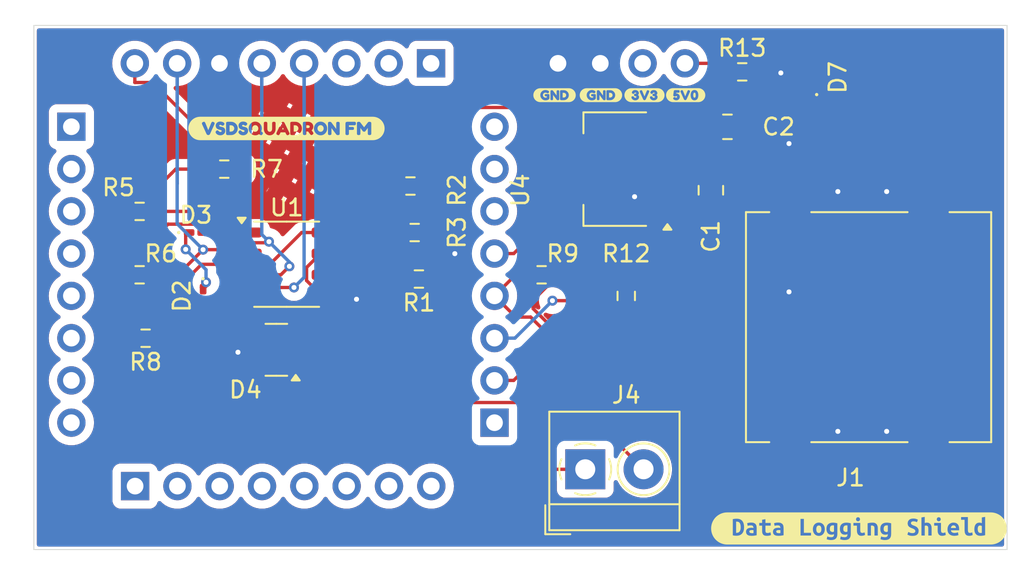
<source format=kicad_pcb>
(kicad_pcb (version 20240108) (generator "pcbnew") (generator_version "8.0")
  (layers (0 "F.Cu" signal) (31 "B.Cu" signal) (34 "B.Paste" user) (35 "F.Paste" user) (36 "B.SilkS" user "B.Silkscreen") (37 "F.SilkS" user "F.Silkscreen") (38 "B.Mask" user) (39 "F.Mask" user) (44 "Edge.Cuts" user))
  (net 0 "")
  (net 1 "GND")
  (net 2 "+3.3V")
  (net 3 "+5V")
  (net 4 "Net-(D2-A)")
  (net 5 "Net-(D2-K)")
  (net 6 "Net-(D3-A)")
  (net 7 "/B")
  (net 8 "/A")
  (net 10 "/CMD_MOSI")
  (net 12 "/CLK_SD")
  (net 13 "/DAT_MISO")
  (net 14 "/CD_SD")
  (net 15 "/RE_485")
  (net 16 "/DE_485")
  (net 17 "/RO_485")
  (net 18 "/DI_485")
  (net 39 "Net-(D7-A)")
  (footprint "Package_SO:SOIC-8_3.9x4.9mm_P1.27mm" (layer "F.Cu") (at 116.775 42.545)
    (property "Reference" "U1" (at 0 -3.4 0) (layer "F.SilkS"))
    (property "Value" "MAX485CSA")
    (pad "1" smd roundrect (at -2.475 -1.905) (size 1.95 0.6) (layers "F.Cu" "F.Paste" "F.Mask") (net 17 "/RO_485"))
    (pad "2" smd roundrect (at -2.475 -0.635) (size 1.95 0.6) (layers "F.Cu" "F.Paste" "F.Mask") (net 15 "/RE_485"))
    (pad "3" smd roundrect (at -2.475 0.635) (size 1.95 0.6) (layers "F.Cu" "F.Paste" "F.Mask") (net 16 "/DE_485"))
    (pad "4" smd roundrect (at -2.475 1.905) (size 1.95 0.6) (layers "F.Cu" "F.Paste" "F.Mask") (net 18 "/DI_485"))
    (pad "5" smd roundrect (at 2.475 1.905) (size 1.95 0.6) (layers "F.Cu" "F.Paste" "F.Mask") (net 1 "GND"))
    (pad "6" smd roundrect (at 2.475 0.635) (size 1.95 0.6) (layers "F.Cu" "F.Paste" "F.Mask") (net 8 "/A"))
    (pad "7" smd roundrect (at 2.475 -0.635) (size 1.95 0.6) (layers "F.Cu" "F.Paste" "F.Mask") (net 7 "/B"))
    (pad "8" smd roundrect (at 2.475 -1.905) (size 1.95 0.6) (layers "F.Cu" "F.Paste" "F.Mask") (net 3 "+5V"))
  )
  (footprint "Diode_SMD:D_0201_0603Metric_Pad0.64x0.40mm_HandSolder" (layer "F.Cu") (at 111.76 44.45 -90)
    (property "Reference" "D2" (at 0 1.27 -90) (layer "F.SilkS"))
    (property "Value" "TX_IND")
    (pad "1" smd roundrect (at -0.4075 0 270) (size 0.635 0.4) (layers "F.Cu" "F.Mask") (net 5 "Net-(D2-K)"))
    (pad "2" smd roundrect (at 0.4075 0 270) (size 0.635 0.4) (layers "F.Cu" "F.Mask") (net 4 "Net-(D2-A)"))
  )
  (footprint "Resistor_SMD:R_0603_1608Metric_Pad0.98x0.95mm_HandSolder" (layer "F.Cu") (at 124.714 43.434 180)
    (property "Reference" "R1" (at 0 -1.43 0) (layer "F.SilkS"))
    (property "Value" "120")
    (pad "1" smd roundrect (at -0.9125 0 180) (size 0.975 0.95) (layers "F.Cu" "F.Paste" "F.Mask") (net 8 "/A"))
    (pad "2" smd roundrect (at 0.9125 0 180) (size 0.975 0.95) (layers "F.Cu" "F.Paste" "F.Mask") (net 7 "/B"))
  )
  (footprint "Diode_SMD:D_0201_0603Metric_Pad0.64x0.40mm_HandSolder" (layer "F.Cu") (at 148.59 31.3175 90)
    (property "Reference" "D7" (at 0 1.27 90) (layer "F.SilkS"))
    (property "Value" "PWR_IND")
    (pad "1" smd roundrect (at -0.4075 0 90) (size 0.635 0.4) (layers "F.Cu" "F.Mask") (net 1 "GND"))
    (pad "2" smd roundrect (at 0.4075 0 90) (size 0.635 0.4) (layers "F.Cu" "F.Mask") (net 39 "Net-(D7-A)"))
  )
  (footprint "Resistor_SMD:R_0603_1608Metric_Pad0.98x0.95mm_HandSolder" (layer "F.Cu") (at 124.46 40.64)
    (property "Reference" "R3" (at 2.54 0 90) (layer "F.SilkS"))
    (property "Value" "20K")
    (pad "1" smd roundrect (at -0.9125 0) (size 0.975 0.95) (layers "F.Cu" "F.Paste" "F.Mask") (net 7 "/B"))
    (pad "2" smd roundrect (at 0.9125 0) (size 0.975 0.95) (layers "F.Cu" "F.Paste" "F.Mask") (net 1 "GND"))
  )
  (footprint "Package_TO_SOT_SMD:SOT-223-3_TabPin2" (layer "F.Cu") (at 136.5 36.83 180)
    (property "Reference" "U4" (at 5.69 -1.27 90) (layer "F.SilkS"))
    (property "Value" "AMS1117-3.3")
    (pad "1" smd roundrect (at -3.15 -2.3 180) (size 2 1.5) (layers "F.Cu" "F.Paste" "F.Mask") (net 1 "GND"))
    (pad "2" smd roundrect (at -3.15 0 180) (size 2 1.5) (layers "F.Cu" "F.Paste" "F.Mask") (net 2 "+3.3V"))
    (pad "2" smd roundrect (at 3.15 0 180) (size 2 3.8) (layers "F.Cu" "F.Paste" "F.Mask") (net 2 "+3.3V"))
    (pad "3" smd roundrect (at -3.15 2.3 180) (size 2 1.5) (layers "F.Cu" "F.Paste" "F.Mask") (net 3 "+5V"))
  )
  (footprint "Connector_Card:microSD_HC_Molex_47219-2001" (layer "F.Cu") (at 151.706 46.325 90)
    (property "Reference" "J1" (at -9.047 -1.084 0) (layer "F.SilkS"))
    (property "Value" "Micro_SD_Card")
    (pad "1" smd rect (at -3.205 -2.1 90) (size 0.8 1.5) (layers "F.Cu" "F.Paste" "F.Mask"))
    (pad "2" smd rect (at -2.105 -2.1 90) (size 0.8 1.5) (layers "F.Cu" "F.Paste" "F.Mask") (net 14 "/CD_SD"))
    (pad "3" smd rect (at -1.005 -2.1 90) (size 0.8 1.5) (layers "F.Cu" "F.Paste" "F.Mask") (net 10 "/CMD_MOSI"))
    (pad "4" smd rect (at 0.095 -2.1 90) (size 0.8 1.5) (layers "F.Cu" "F.Paste" "F.Mask") (net 2 "+3.3V"))
    (pad "5" smd rect (at 1.195 -2.1 90) (size 0.8 1.5) (layers "F.Cu" "F.Paste" "F.Mask") (net 12 "/CLK_SD"))
    (pad "6" smd rect (at 2.295 -2.1 90) (size 0.8 1.5) (layers "F.Cu" "F.Paste" "F.Mask") (net 1 "GND"))
    (pad "7" smd rect (at 3.395 -2.1 90) (size 0.8 1.5) (layers "F.Cu" "F.Paste" "F.Mask") (net 13 "/DAT_MISO"))
    (pad "8" smd rect (at 4.495 -2.1 90) (size 0.8 1.5) (layers "F.Cu" "F.Paste" "F.Mask"))
    (pad "9" smd roundrect (at -6.875 -4.7 90) (size 1.45 2) (layers "F.Cu" "F.Paste" "F.Mask") (net 1 "GND"))
    (pad "9" smd roundrect (at -6.875 3.6 90) (size 1.45 2) (layers "F.Cu" "F.Paste" "F.Mask") (net 1 "GND"))
    (pad "9" smd roundrect (at 6.875 -4.7 90) (size 1.45 2) (layers "F.Cu" "F.Paste" "F.Mask") (net 1 "GND"))
    (pad "9" smd roundrect (at 6.875 3.6 90) (size 1.45 2) (layers "F.Cu" "F.Paste" "F.Mask") (net 1 "GND"))
  )
  (footprint "Diode_SMD:D_0201_0603Metric_Pad0.64x0.40mm_HandSolder" (layer "F.Cu") (at 111.3275 40.64)
    (property "Reference" "D3" (at 0 -1.05 0) (layer "F.SilkS"))
    (property "Value" "RX_IND")
    (pad "1" smd roundrect (at -0.4075 0) (size 0.635 0.4) (layers "F.Cu" "F.Mask") (net 5 "Net-(D2-K)"))
    (pad "2" smd roundrect (at 0.4075 0) (size 0.635 0.4) (layers "F.Cu" "F.Mask") (net 6 "Net-(D3-A)"))
  )
  (footprint "Resistor_SMD:R_0603_1608Metric_Pad0.98x0.95mm_HandSolder" (layer "F.Cu") (at 144.1215 30.988)
    (property "Reference" "R13" (at 0 -1.43 0) (layer "F.SilkS"))
    (property "Value" "470")
    (pad "1" smd roundrect (at -0.9125 0) (size 0.975 0.95) (layers "F.Cu" "F.Paste" "F.Mask") (net 3 "+5V"))
    (pad "2" smd roundrect (at 0.9125 0) (size 0.975 0.95) (layers "F.Cu" "F.Paste" "F.Mask") (net 39 "Net-(D7-A)"))
  )
  (footprint "Resistor_SMD:R_0603_1608Metric_Pad0.98x0.95mm_HandSolder" (layer "F.Cu") (at 107.95 39.37)
    (property "Reference" "R5" (at -1.27 -1.43 0) (layer "F.SilkS"))
    (property "Value" "10K")
    (pad "1" smd roundrect (at -0.9125 0) (size 0.975 0.95) (layers "F.Cu" "F.Paste" "F.Mask") (net 3 "+5V"))
    (pad "2" smd roundrect (at 0.9125 0) (size 0.975 0.95) (layers "F.Cu" "F.Paste" "F.Mask") (net 16 "/DE_485"))
  )
  (footprint "Capacitor_SMD:C_0805_2012Metric_Pad1.18x1.45mm_HandSolder" (layer "F.Cu") (at 142.24 38.1 -90)
    (property "Reference" "C1" (at 2.7725 0 90) (layer "F.SilkS"))
    (property "Value" "22uF")
    (pad "1" smd roundrect (at -1.0375 0 270) (size 1.175 1.45) (layers "F.Cu" "F.Paste" "F.Mask") (roundrect_rratio 0.212766) (net 2 "+3.3V"))
    (pad "2" smd roundrect (at 1.0375 0 270) (size 1.175 1.45) (layers "F.Cu" "F.Paste" "F.Mask") (roundrect_rratio 0.212766) (net 1 "GND"))
  )
  (footprint "Resistor_SMD:R_0603_1608Metric_Pad0.98x0.95mm_HandSolder" (layer "F.Cu") (at 124.206 37.846)
    (property "Reference" "R2" (at 2.794 0.254 90) (layer "F.SilkS"))
    (property "Value" "20K")
    (pad "1" smd roundrect (at -0.9125 0) (size 0.975 0.95) (layers "F.Cu" "F.Paste" "F.Mask") (net 3 "+5V"))
    (pad "2" smd roundrect (at 0.9125 0) (size 0.975 0.95) (layers "F.Cu" "F.Paste" "F.Mask") (net 8 "/A"))
  )
  (footprint "Capacitor_SMD:C_0805_2012Metric_Pad1.18x1.45mm_HandSolder" (layer "F.Cu") (at 143.2345 34.29)
    (property "Reference" "C2" (at 3.0695 0 0) (layer "F.SilkS"))
    (property "Value" "10uF")
    (pad "1" smd roundrect (at -1.0375 0) (size 1.175 1.45) (layers "F.Cu" "F.Paste" "F.Mask") (roundrect_rratio 0.212766) (net 3 "+5V"))
    (pad "2" smd roundrect (at 1.0375 0) (size 1.175 1.45) (layers "F.Cu" "F.Paste" "F.Mask") (roundrect_rratio 0.212766) (net 1 "GND"))
  )
  (footprint "Package_TO_SOT_SMD:SOT-23" (layer "F.Cu") (at 116.1565 47.686 180)
    (property "Reference" "D4" (at 1.8565 -2.4 0) (layer "F.SilkS"))
    (property "Value" "SM712_SOT23")
    (pad "1" smd roundrect (at -0.9375 -0.95 180) (size 1.475 0.6) (layers "F.Cu" "F.Paste" "F.Mask") (net 8 "/A"))
    (pad "2" smd roundrect (at -0.9375 0.95 180) (size 1.475 0.6) (layers "F.Cu" "F.Paste" "F.Mask") (net 7 "/B"))
    (pad "3" smd roundrect (at 0.9375 0 180) (size 1.475 0.6) (layers "F.Cu" "F.Paste" "F.Mask") (net 1 "GND"))
  )
  (footprint "kibuzzard-679640E5" (layer "F.Cu") (at 151.13 58.42)
    (property "Reference" "kibuzzard-679640E5" (hide yes))
    (property "Value" "G***" (hide yes))
  )
  (footprint "Resistor_SMD:R_0603_1608Metric_Pad0.98x0.95mm_HandSolder" (layer "F.Cu") (at 132.08 43.18 180)
    (property "Reference" "R9" (at -1.27 1.27 0) (layer "F.SilkS"))
    (property "Value" "10K")
    (pad "1" smd roundrect (at -0.9125 0 180) (size 0.975 0.95) (layers "F.Cu" "F.Paste" "F.Mask") (net 2 "+3.3V"))
    (pad "2" smd roundrect (at 0.9125 0 180) (size 0.975 0.95) (layers "F.Cu" "F.Paste" "F.Mask") (net 10 "/CMD_MOSI"))
  )
  (footprint "Resistor_SMD:R_0603_1608Metric_Pad0.98x0.95mm_HandSolder" (layer "F.Cu") (at 137.16 44.45 -90)
    (property "Reference" "R12" (at -2.54 0 0) (layer "F.SilkS"))
    (property "Value" "10K")
    (pad "1" smd roundrect (at -0.9125 0 270) (size 0.975 0.95) (layers "F.Cu" "F.Paste" "F.Mask") (net 2 "+3.3V"))
    (pad "2" smd roundrect (at 0.9125 0 270) (size 0.975 0.95) (layers "F.Cu" "F.Paste" "F.Mask") (net 13 "/DAT_MISO"))
  )
  (footprint "TerminalBlock_4Ucon:TerminalBlock_4Ucon_1x02_P3.50mm_Horizontal" (layer "F.Cu") (at 134.7 54.864)
    (property "Reference" "J4" (at 2.46 -4.46 0) (layer "F.SilkS"))
    (property "Value" "Screw_Terminal_01x02")
    (pad "1" thru_hole rect (at 0 0) (size 2.4 2.4) (drill 1.2) (layers "*.Cu" "*.Mask") (net 7 "/B"))
    (pad "2" thru_hole circle (at 3.5 0) (size 2.4 2.4) (drill 1.2) (layers "*.Cu" "*.Mask") (net 8 "/A"))
  )
  (footprint "Resistor_SMD:R_0603_1608Metric_Pad0.98x0.95mm_HandSolder" (layer "F.Cu") (at 108.3075 46.99 180)
    (property "Reference" "R8" (at 0 -1.43 0) (layer "F.SilkS"))
    (property "Value" "470")
    (pad "1" smd roundrect (at -0.9125 0 180) (size 0.975 0.95) (layers "F.Cu" "F.Paste" "F.Mask") (net 18 "/DI_485"))
    (pad "2" smd roundrect (at 0.9125 0 180) (size 0.975 0.95) (layers "F.Cu" "F.Paste" "F.Mask") (net 4 "Net-(D2-A)"))
  )
  (footprint "VSDsquadron_FM:VSDSquadron_FM" (layer "F.Cu") (at 116.6033 43.1568)
    (property "Reference" "U2" (hide yes))
    (property "Value" "VSDSquadron FM" (hide yes))
    (pad "1" thru_hole rect (at -8.925764 12.718236 90) (size 1.7 1.7) (drill 1) (layers "*.Cu" "*.Mask"))
    (pad "2" thru_hole oval (at -6.385764 12.718236 90) (size 1.7 1.7) (drill 1) (layers "*.Cu" "*.Mask"))
    (pad "3" thru_hole oval (at -3.845764 12.718236 90) (size 1.7 1.7) (drill 1) (layers "*.Cu" "*.Mask"))
    (pad "4" thru_hole oval (at -1.305764 12.718236 90) (size 1.7 1.7) (drill 1) (layers "*.Cu" "*.Mask"))
    (pad "5" thru_hole oval (at 1.234236 12.718236 90) (size 1.7 1.7) (drill 1) (layers "*.Cu" "*.Mask"))
    (pad "6" thru_hole oval (at 3.774236 12.718236 90) (size 1.7 1.7) (drill 1) (layers "*.Cu" "*.Mask"))
    (pad "7" thru_hole oval (at 6.314236 12.718236 90) (size 1.7 1.7) (drill 1) (layers "*.Cu" "*.Mask"))
    (pad "8" thru_hole oval (at 8.854236 12.718236 90) (size 1.7 1.7) (drill 1) (layers "*.Cu" "*.Mask"))
    (pad "9" thru_hole rect (at 12.649236 8.908236 180) (size 1.7 1.7) (drill 1) (layers "*.Cu" "*.Mask"))
    (pad "10" thru_hole oval (at 12.649236 6.368236 180) (size 1.7 1.7) (drill 1) (layers "*.Cu" "*.Mask") (net 14 "/CD_SD"))
    (pad "11" thru_hole oval (at 12.649236 3.828236 180) (size 1.7 1.7) (drill 1) (layers "*.Cu" "*.Mask") (net 13 "/DAT_MISO"))
    (pad "12" thru_hole oval (at 12.649236 1.288236 180) (size 1.7 1.7) (drill 1) (layers "*.Cu" "*.Mask") (net 10 "/CMD_MOSI"))
    (pad "13" thru_hole oval (at 12.649236 -1.251764 180) (size 1.7 1.7) (drill 1) (layers "*.Cu" "*.Mask") (net 12 "/CLK_SD"))
    (pad "14" thru_hole oval (at 12.649236 -3.791764 180) (size 1.7 1.7) (drill 1) (layers "*.Cu" "*.Mask"))
    (pad "15" thru_hole oval (at 12.649236 -6.331764 180) (size 1.7 1.7) (drill 1) (layers "*.Cu" "*.Mask"))
    (pad "16" thru_hole oval (at 12.649236 -8.871764 180) (size 1.7 1.7) (drill 1) (layers "*.Cu" "*.Mask"))
    (pad "17" thru_hole rect (at 8.839236 -12.681764 270) (size 1.7 1.7) (drill 1) (layers "*.Cu" "*.Mask"))
    (pad "18" thru_hole oval (at 6.299236 -12.681764 270) (size 1.7 1.7) (drill 1) (layers "*.Cu" "*.Mask"))
    (pad "19" thru_hole oval (at 3.759236 -12.681764 270) (size 1.7 1.7) (drill 1) (layers "*.Cu" "*.Mask"))
    (pad "20" thru_hole oval (at 1.219236 -12.681764 270) (size 1.7 1.7) (drill 1) (layers "*.Cu" "*.Mask") (net 18 "/DI_485"))
    (pad "21" thru_hole oval (at -1.320764 -12.681764 270) (size 1.7 1.7) (drill 1) (layers "*.Cu" "*.Mask") (net 16 "/DE_485"))
    (pad "22" thru_hole oval (at -3.860764 -12.681764 270) (size 1.7 1.7) (drill 1) (layers "*.Cu" "*.Mask") (net 1 "GND"))
    (pad "23" thru_hole oval (at -6.400764 -12.681764 270) (size 1.7 1.7) (drill 1) (layers "*.Cu" "*.Mask") (net 15 "/RE_485"))
    (pad "24" thru_hole oval (at -8.940764 -12.681764 270) (size 1.7 1.7) (drill 1) (layers "*.Cu" "*.Mask") (net 17 "/RO_485"))
    (pad "25" thru_hole rect (at -12.750764 -8.871764) (size 1.7 1.7) (drill 1) (layers "*.Cu" "*.Mask"))
    (pad "26" thru_hole oval (at -12.750764 -6.331764) (size 1.7 1.7) (drill 1) (layers "*.Cu" "*.Mask"))
    (pad "27" thru_hole oval (at -12.750764 -3.791764) (size 1.7 1.7) (drill 1) (layers "*.Cu" "*.Mask"))
    (pad "28" thru_hole oval (at -12.750764 -1.251764) (size 1.7 1.7) (drill 1) (layers "*.Cu" "*.Mask"))
    (pad "29" thru_hole oval (at -12.750764 1.288236) (size 1.7 1.7) (drill 1) (layers "*.Cu" "*.Mask"))
    (pad "30" thru_hole oval (at -12.750764 3.828236) (size 1.7 1.7) (drill 1) (layers "*.Cu" "*.Mask"))
    (pad "31" thru_hole oval (at -12.750764 6.368236) (size 1.7 1.7) (drill 1) (layers "*.Cu" "*.Mask"))
    (pad "32" thru_hole oval (at -12.750764 8.908236) (size 1.7 1.7) (drill 1) (layers "*.Cu" "*.Mask"))
    (pad "33" thru_hole rect (at 16.459236 -12.681764 90) (size 1.7 1.7) (drill 1) (layers "*.Cu" "*.Mask") (net 1 "GND"))
    (pad "34" thru_hole oval (at 18.999236 -12.681764 90) (size 1.7 1.7) (drill 1) (layers "*.Cu" "*.Mask") (net 1 "GND"))
    (pad "35" thru_hole oval (at 21.539236 -12.681764 90) (size 1.7 1.7) (drill 1) (layers "*.Cu" "*.Mask"))
    (pad "36" thru_hole oval (at 24.079236 -12.681764 90) (size 1.7 1.7) (drill 1) (layers "*.Cu" "*.Mask") (net 3 "+5V"))
  )
  (footprint "Resistor_SMD:R_0603_1608Metric_Pad0.98x0.95mm_HandSolder" (layer "F.Cu") (at 113.03 36.83 180)
    (property "Reference" "R7" (at -2.54 0 0) (layer "F.SilkS"))
    (property "Value" "470")
    (pad "1" smd roundrect (at -0.9125 0 180) (size 0.975 0.95) (layers "F.Cu" "F.Paste" "F.Mask") (net 17 "/RO_485"))
    (pad "2" smd roundrect (at 0.9125 0 180) (size 0.975 0.95) (layers "F.Cu" "F.Paste" "F.Mask") (net 6 "Net-(D3-A)"))
  )
  (footprint "Resistor_SMD:R_0603_1608Metric_Pad0.98x0.95mm_HandSolder" (layer "F.Cu") (at 107.95 43.18)
    (property "Reference" "R6" (at 1.27 -1.27 0) (layer "F.SilkS"))
    (property "Value" "10K")
    (pad "1" smd roundrect (at -0.9125 0) (size 0.975 0.95) (layers "F.Cu" "F.Paste" "F.Mask") (net 3 "+5V"))
    (pad "2" smd roundrect (at 0.9125 0) (size 0.975 0.95) (layers "F.Cu" "F.Paste" "F.Mask") (net 15 "/RE_485"))
  )
  (gr_line (start 160.02 28.194) (end 160.02 59.69) (stroke (width 0.05)) (layer "Edge.Cuts"))
  (gr_line (start 101.6 28.194) (end 101.6 59.69) (stroke (width 0.05)) (layer "Edge.Cuts"))
  (gr_line (start 101.6 59.69) (end 160.02 59.69) (stroke (width 0.05)) (layer "Edge.Cuts"))
  (gr_line (start 101.6 28.194) (end 160.02 28.194) (stroke (width 0.05)) (layer "Edge.Cuts"))
  (segment (start 149.862 38.1787) (end 148.277 38.1787) (width 0.2) (layer "F.Cu") (net 1))
  (segment (start 125.372 40.6401) (end 125.372 40.64) (width 0.2) (layer "F.Cu") (net 1))
  (segment (start 125.372 40.64) (end 125.3725 40.64) (width 0.2) (layer "F.Cu") (net 1))
  (segment (start 139.007 38.4866) (end 139.65 39.13) (width 0.2) (layer "F.Cu") (net 1))
  (segment (start 148.554 44.03) (end 148.378 44.2062) (width 0.2) (layer "F.Cu") (net 1))
  (segment (start 147.1127 31.725) (end 146.44 31.0523) (width 0.2) (layer "F.Cu") (net 1))
  (segment (start 148.378 44.2062) (end 146.93 44.2062) (width 0.2) (layer "F.Cu") (net 1))
  (segment (start 125.372 40.64) (end 125.582 40.8501) (width 0.2) (layer "F.Cu") (net 1))
  (segment (start 147.62 52.5862) (end 147.006 53.2) (width 0.2) (layer "F.Cu") (net 1))
  (segment (start 125.3725 40.64) (end 125.6 40.64) (width 0.2) (layer "F.Cu") (net 1))
  (segment (start 148.277 38.1787) (end 147.006 39.45) (width 0.2) (layer "F.Cu") (net 1))
  (segment (start 125.793 41.0602) (end 125.582 40.8501) (width 0.2) (layer "F.Cu") (net 1))
  (segment (start 149.862 52.5862) (end 147.62 52.5862) (width 0.2) (layer "F.Cu") (net 1))
  (segment (start 113.852 47.8314) (end 115.074 47.8314) (width 0.2) (layer "F.Cu") (net 1))
  (segment (start 154.035 38.1787) (end 155.306 39.45) (width 0.2) (layer "F.Cu") (net 1))
  (segment (start 142.24 39.1375) (end 139.6575 39.1375) (width 0.2) (layer "F.Cu") (net 1))
  (segment (start 154.692 52.5862) (end 155.306 53.2) (width 0.2) (layer "F.Cu") (net 1))
  (segment (start 137.66 38.4866) (end 139.007 38.4866) (width 0.2) (layer "F.Cu") (net 1))
  (segment (start 139.6575 39.1375) (end 139.65 39.13) (width 0.2) (layer "F.Cu") (net 1))
  (segment (start 125.582 40.8501) (end 125.372 40.6401) (width 0.2) (layer "F.Cu") (net 1))
  (segment (start 149.606 44.03) (end 148.554 44.03) (width 0.2) (layer "F.Cu") (net 1))
  (segment (start 152.792 52.5862) (end 154.692 52.5862) (width 0.2) (layer "F.Cu") (net 1))
  (segment (start 146.93 35.2972) (end 145.279 35.2972) (width 0.2) (layer "F.Cu") (net 1))
  (segment (start 120.969 44.6487) (end 119.449 44.6487) (width 0.2) (layer "F.Cu") (net 1))
  (segment (start 115.074 47.8314) (end 115.219 47.686) (width 0.2) (layer "F.Cu") (net 1))
  (segment (start 119.449 44.6487) (end 119.25 44.45) (width 0.2) (layer "F.Cu") (net 1))
  (segment (start 125.6 40.64) (end 126.87 41.91) (width 0.2) (layer "F.Cu") (net 1))
  (segment (start 152.792 38.1787) (end 154.035 38.1787) (width 0.2) (layer "F.Cu") (net 1))
  (segment (start 145.279 35.2972) (end 144.272 34.29) (width 0.2) (layer "F.Cu") (net 1))
  (segment (start 148.59 31.725) (end 147.1127 31.725) (width 0.2) (layer "F.Cu") (net 1))
  (via (at 113.852 47.8314) (size 0.6) (drill 0.3) (layers "F.Cu" "B.Cu") (net 1))
  (via (at 146.93 35.2972) (size 0.6) (drill 0.3) (layers "F.Cu" "B.Cu") (net 1))
  (via (at 146.44 31.0523) (size 0.6) (drill 0.3) (layers "F.Cu" "B.Cu") (net 1))
  (via (at 137.66 38.4866) (size 0.6) (drill 0.3) (layers "F.Cu" "B.Cu") (net 1))
  (via (at 149.862 38.1787) (size 0.6) (drill 0.3) (layers "F.Cu" "B.Cu") (net 1))
  (via (at 152.792 38.1787) (size 0.6) (drill 0.3) (layers "F.Cu" "B.Cu") (net 1))
  (via (at 126.87 41.91) (size 0.6) (drill 0.3) (layers "F.Cu" "B.Cu") (net 1))
  (via (at 152.792 52.5862) (size 0.6) (drill 0.3) (layers "F.Cu" "B.Cu") (net 1))
  (via (at 149.862 52.5862) (size 0.6) (drill 0.3) (layers "F.Cu" "B.Cu") (net 1))
  (via (at 146.93 44.2062) (size 0.6) (drill 0.3) (layers "F.Cu" "B.Cu") (net 1))
  (via (at 120.969 44.6487) (size 0.6) (drill 0.3) (layers "F.Cu" "B.Cu") (net 1))
  (segment (start 151.058 38.526171) (end 151.058 45.728) (width 0.2) (layer "F.Cu") (net 2))
  (segment (start 148.0885 45.3625) (end 138.985 45.3625) (width 0.2) (layer "F.Cu") (net 2))
  (segment (start 139.8825 37.0625) (end 139.65 36.83) (width 0.2) (layer "F.Cu") (net 2))
  (segment (start 137.3575 46.99) (end 133.35 46.99) (width 0.2) (layer "F.Cu") (net 2))
  (segment (start 142.24 37.0625) (end 139.8825 37.0625) (width 0.2) (layer "F.Cu") (net 2))
  (segment (start 149.594329 37.0625) (end 151.058 38.526171) (width 0.2) (layer "F.Cu") (net 2))
  (segment (start 131.572 45.212) (end 131.572 44.704) (width 0.2) (layer "F.Cu") (net 2))
  (segment (start 150.556 46.23) (end 149.606 46.23) (width 0.2) (layer "F.Cu") (net 2))
  (segment (start 148.0885 45.3625) (end 148.956 46.23) (width 0.2) (layer "F.Cu") (net 2))
  (segment (start 151.058 45.728) (end 150.556 46.23) (width 0.2) (layer "F.Cu") (net 2))
  (segment (start 132.9925 43.434) (end 132.992 43.434) (width 0.2) (layer "F.Cu") (net 2))
  (segment (start 133.35 46.99) (end 131.572 45.212) (width 0.2) (layer "F.Cu") (net 2))
  (segment (start 131.572 44.704) (end 132.9925 43.2835) (width 0.2) (layer "F.Cu") (net 2))
  (segment (start 132.9925 43.2835) (end 132.9925 43.18) (width 0.2) (layer "F.Cu") (net 2))
  (segment (start 138.985 45.3625) (end 137.3575 46.99) (width 0.2) (layer "F.Cu") (net 2))
  (segment (start 133.35 36.83) (end 139.65 36.83) (width 0.2) (layer "F.Cu") (net 2))
  (segment (start 138.985 45.3625) (end 137.16 43.5375) (width 0.2) (layer "F.Cu") (net 2))
  (segment (start 148.956 46.23) (end 149.606 46.23) (width 0.2) (layer "F.Cu") (net 2))
  (segment (start 142.24 37.0625) (end 149.594329 37.0625) (width 0.2) (layer "F.Cu") (net 2))
  (segment (start 107.84 43.9825) (end 110.237 43.9825) (width 0.2) (layer "F.Cu") (net 3))
  (segment (start 107.038 42.9805) (end 107.038 43.18) (width 0.2) (layer "F.Cu") (net 3))
  (segment (start 111.669 42.5502) (end 115.766 42.5502) (width 0.2) (layer "F.Cu") (net 3))
  (segment (start 107.038 42.9805) (end 107.038 43.18) (width 0.2) (layer "F.Cu") (net 3))
  (segment (start 142.197 34.29) (end 139.89 34.29) (width 0.2) (layer "F.Cu") (net 3))
  (segment (start 123.2935 37.846) (end 123.294 37.846) (width 0.2) (layer "F.Cu") (net 3))
  (segment (start 140.682 30.475) (end 140.6825 30.475) (width 0.2) (layer "F.Cu") (net 3))
  (segment (start 107.038 42.7806) (end 107.038 42.7811) (width 0.2) (layer "F.Cu") (net 3))
  (segment (start 139.89 34.29) (end 139.65 34.53) (width 0.2) (layer "F.Cu") (net 3))
  (segment (start 107.038 42.7811) (end 107.038 42.9805) (width 0.2) (layer "F.Cu") (net 3))
  (segment (start 107.038 42.7811) (end 107.038 42.9805) (width 0.2) (layer "F.Cu") (net 3))
  (segment (start 142.696 30.475) (end 143.209 30.988) (width 0.2) (layer "F.Cu") (net 3))
  (segment (start 107.038 43.18) (end 107.84 43.9825) (width 0.2) (layer "F.Cu") (net 3))
  (segment (start 110.237 43.9825) (end 111.669 42.5502) (width 0.2) (layer "F.Cu") (net 3))
  (segment (start 117.676 40.64) (end 119.25 40.64) (width 0.2) (layer "F.Cu") (net 3))
  (segment (start 107.0375 42.981) (end 107.0375 43.18) (width 0.2) (layer "F.Cu") (net 3))
  (segment (start 142.197 34.29) (end 142.197 32) (width 0.2) (layer "F.Cu") (net 3))
  (segment (start 122.044 37.846) (end 123.2935 37.846) (width 0.2) (layer "F.Cu") (net 3))
  (segment (start 128.013 33.1266) (end 138.247 33.1266) (width 0.2) (layer "F.Cu") (net 3))
  (segment (start 107.038 41.0753) (end 107.0375 41.0748) (width 0.2) (layer "F.Cu") (net 3))
  (segment (start 107.038 42.7806) (end 107.038 41.0753) (width 0.2) (layer "F.Cu") (net 3))
  (segment (start 107.038 42.9805) (end 107.0375 42.981) (width 0.2) (layer "F.Cu") (net 3))
  (segment (start 140.6825 30.475) (end 142.696 30.475) (width 0.2) (layer "F.Cu") (net 3))
  (segment (start 107.038 41.0753) (end 107.038 39.37) (width 0.2) (layer "F.Cu") (net 3))
  (segment (start 115.766 42.5502) (end 117.676 40.64) (width 0.2) (layer "F.Cu") (net 3))
  (segment (start 107.0375 41.0748) (end 107.0375 39.37) (width 0.2) (layer "F.Cu") (net 3))
  (segment (start 107.038 42.7806) (end 107.038 42.7811) (width 0.2) (layer "F.Cu") (net 3))
  (segment (start 119.25 40.64) (end 122.044 37.846) (width 0.2) (layer "F.Cu") (net 3))
  (segment (start 142.197 32) (end 143.209 30.988) (width 0.2) (layer "F.Cu") (net 3))
  (segment (start 138.247 33.1266) (end 139.65 34.53) (width 0.2) (layer "F.Cu") (net 3))
  (segment (start 123.294 37.846) (end 128.013 33.1266) (width 0.2) (layer "F.Cu") (net 3))
  (segment (start 111.711 44.8089) (end 111.76 44.8575) (width 0.2) (layer "F.Cu") (net 4))
  (segment (start 111.51 44.8089) (end 111.711 44.8089) (width 0.2) (layer "F.Cu") (net 4))
  (segment (start 107.395 46.99) (end 108.872 45.5135) (width 0.2) (layer "F.Cu") (net 4))
  (segment (start 110.805 45.5135) (end 111.284 45.0348) (width 0.2) (layer "F.Cu") (net 4))
  (segment (start 111.284 45.0348) (end 111.51 44.8089) (width 0.2) (layer "F.Cu") (net 4))
  (segment (start 108.872 45.5135) (end 110.805 45.5135) (width 0.2) (layer "F.Cu") (net 4))
  (segment (start 111.936 43.8665) (end 111.76 44.0425) (width 0.2) (layer "F.Cu") (net 5))
  (segment (start 111.656 43.9387) (end 111.76 44.0425) (width 0.2) (layer "F.Cu") (net 5))
  (segment (start 110.92 40.64) (end 110.714 40.8458) (width 0.2) (layer "F.Cu") (net 5))
  (segment (start 111.936 43.6274) (end 111.936 43.8665) (width 0.2) (layer "F.Cu") (net 5))
  (segment (start 110.714 40.8458) (end 110.714 41.6516) (width 0.2) (layer "F.Cu") (net 5))
  (via (at 110.714 41.6516) (size 0.6) (drill 0.3) (layers "F.Cu" "B.Cu") (net 5))
  (via (at 111.936 43.6274) (size 0.6) (drill 0.3) (layers "F.Cu" "B.Cu") (net 5))
  (segment (start 110.714 41.6516) (end 111.936 42.8734) (width 0.2) (layer "B.Cu") (net 5))
  (segment (start 111.936 42.8734) (end 111.936 43.6274) (width 0.2) (layer "B.Cu") (net 5))
  (segment (start 112.118 36.83) (end 112.1175 36.83) (width 0.2) (layer "F.Cu") (net 6))
  (segment (start 110.12 36.83) (end 109.864 37.0864) (width 0.2) (layer "F.Cu") (net 6))
  (segment (start 109.653 40.1375) (end 111.313 40.1375) (width 0.2) (layer "F.Cu") (net 6))
  (segment (start 108.019 39.7843) (end 108.462 40.2269) (width 0.2) (layer "F.Cu") (net 6))
  (segment (start 111.735 40.5599) (end 111.735 40.64) (width 0.2) (layer "F.Cu") (net 6))
  (segment (start 112.1175 36.83) (end 110.12 36.83) (width 0.2) (layer "F.Cu") (net 6))
  (segment (start 109.564 40.2269) (end 109.653 40.1375) (width 0.2) (layer "F.Cu") (net 6))
  (segment (start 108.462 40.2269) (end 109.564 40.2269) (width 0.2) (layer "F.Cu") (net 6))
  (segment (start 109.864 37.0864) (end 108.019 38.9309) (width 0.2) (layer "F.Cu") (net 6))
  (segment (start 108.019 38.9309) (end 108.019 39.7843) (width 0.2) (layer "F.Cu") (net 6))
  (segment (start 111.313 40.1375) (end 111.735 40.5599) (width 0.2) (layer "F.Cu") (net 6))
  (segment (start 123.611 43.6245) (end 123.706 43.5292) (width 0.2) (layer "F.Cu") (net 7))
  (segment (start 119.642 41.5176) (end 121.041 41.5176) (width 0.2) (layer "F.Cu") (net 7))
  (segment (start 123.706 43.5292) (end 123.802 43.4342) (width 0.2) (layer "F.Cu") (net 7))
  (segment (start 123.802 43.4341) (end 123.802 43.434) (width 0.2) (layer "F.Cu") (net 7))
  (segment (start 119.63 52.5737) (end 116.003 48.9465) (width 0.2) (layer "F.Cu") (net 7))
  (segment (start 120.5 46.736) (end 117.094 46.736) (width 0.2) (layer "F.Cu") (net 7))
  (segment (start 118.8 41.91) (end 117.971 42.7385) (width 0.2) (layer "F.Cu") (net 7))
  (segment (start 123.611 43.6245) (end 123.706 43.5292) (width 0.2) (layer "F.Cu") (net 7))
  (segment (start 119.25 41.91) (end 118.8 41.91) (width 0.2) (layer "F.Cu") (net 7))
  (segment (start 134.7 54.864) (end 128.286 54.864) (width 0.2) (layer "F.Cu") (net 7))
  (segment (start 117.971 42.7385) (end 117.971 43.5241) (width 0.2) (layer "F.Cu") (net 7))
  (segment (start 123.42 43.815) (end 123.611 43.6245) (width 0.2) (layer "F.Cu") (net 7))
  (segment (start 128.286 54.864) (end 125.996 52.5737) (width 0.2) (layer "F.Cu") (net 7))
  (segment (start 125.996 52.5737) (end 119.63 52.5737) (width 0.2) (layer "F.Cu") (net 7))
  (segment (start 123.706 43.5292) (end 123.802 43.4342) (width 0.2) (layer "F.Cu") (net 7))
  (segment (start 117.094 47.1985) (end 117.094 46.736) (width 0.2) (layer "F.Cu") (net 7))
  (segment (start 116.003 48.2893) (end 117.094 47.1985) (width 0.2) (layer "F.Cu") (net 7))
  (segment (start 118.262 43.815) (end 123.42 43.815) (width 0.2) (layer "F.Cu") (net 7))
  (segment (start 119.25 41.91) (end 119.642 41.5176) (width 0.2) (layer "F.Cu") (net 7))
  (segment (start 116.003 48.9465) (end 116.003 48.2893) (width 0.2) (layer "F.Cu") (net 7))
  (segment (start 123.802 43.434) (end 123.8015 43.434) (width 0.2) (layer "F.Cu") (net 7))
  (segment (start 121.041 41.5176) (end 122.67 41.5176) (width 0.2) (layer "F.Cu") (net 7))
  (segment (start 123.548 40.64) (end 123.5475 40.64) (width 0.2) (layer "F.Cu") (net 7))
  (segment (start 123.802 43.434) (end 120.5 46.736) (width 0.2) (layer "F.Cu") (net 7))
  (segment (start 117.971 43.5241) (end 118.262 43.815) (width 0.2) (layer "F.Cu") (net 7))
  (segment (start 123.802 43.4342) (end 123.802 43.4341) (width 0.2) (layer "F.Cu") (net 7))
  (segment (start 123.802 43.4341) (end 123.802 43.434) (width 0.2) (layer "F.Cu") (net 7))
  (segment (start 122.67 41.5176) (end 123.548 40.64) (width 0.2) (layer "F.Cu") (net 7))
  (segment (start 119.668 43.18) (end 119.25 43.18) (width 0.2) (layer "F.Cu") (net 8))
  (segment (start 125.317 43.743) (end 125.626 43.434) (width 0.2) (layer "F.Cu") (net 8))
  (segment (start 135.691 50.855) (end 135.691 52.355) (width 0.2) (layer "F.Cu") (net 8))
  (segment (start 120.424 48.636) (end 125.008 44.052) (width 0.2) (layer "F.Cu") (net 8))
  (segment (start 135.691 50.855) (end 119.313 50.855) (width 0.2) (layer "F.Cu") (net 8))
  (segment (start 124.501 42.3086) (end 124.501 38.4634) (width 0.2) (layer "F.Cu") (net 8))
  (segment (start 135.691 52.355) (end 138.2 54.864) (width 0.2) (layer "F.Cu") (net 8))
  (segment (start 125.008 44.052) (end 125.317 43.743) (width 0.2) (layer "F.Cu") (net 8))
  (segment (start 125.118 37.846) (end 124.604 38.3605) (width 0.2) (layer "F.Cu") (net 8))
  (segment (start 125.626 43.434) (end 124.501 42.3086) (width 0.2) (layer "F.Cu") (net 8))
  (segment (start 124.501 38.4634) (end 124.604 38.3605) (width 0.2) (layer "F.Cu") (net 8))
  (segment (start 125.317 43.743) (end 125.626 43.434) (width 0.2) (layer "F.Cu") (net 8))
  (segment (start 120.539 42.3086) (end 119.668 43.18) (width 0.2) (layer "F.Cu") (net 8))
  (segment (start 125.317 43.743) (end 125.318 43.743) (width 0.2) (layer "F.Cu") (net 8))
  (segment (start 124.604 38.3605) (end 124.81 38.1547) (width 0.2) (layer "F.Cu") (net 8))
  (segment (start 125.6265 43.434) (end 125.626 43.434) (width 0.2) (layer "F.Cu") (net 8))
  (segment (start 119.313 50.855) (end 117.094 48.636) (width 0.2) (layer "F.Cu") (net 8))
  (segment (start 125.008 44.052) (end 125.317 43.743) (width 0.2) (layer "F.Cu") (net 8))
  (segment (start 125.1185 37.846) (end 125.118 37.846) (width 0.2) (layer "F.Cu") (net 8))
  (segment (start 117.094 48.636) (end 120.424 48.636) (width 0.2) (layer "F.Cu") (net 8))
  (segment (start 125.318 43.743) (end 125.626 43.434) (width 0.2) (layer "F.Cu") (net 8))
  (segment (start 124.501 42.3086) (end 120.539 42.3086) (width 0.2) (layer "F.Cu") (net 8))
  (segment (start 130.517572 43.18) (end 129.252536 44.445036) (width 0.2) (layer "F.Cu") (net 10))
  (segment (start 133.246 47.5444) (end 131.422 45.72) (width 0.2) (layer "F.Cu") (net 10))
  (segment (start 129.252536 44.445036) (end 130.5275 45.72) (width 0.2) (layer "F.Cu") (net 10))
  (segment (start 129.252 44.445) (end 129.2525 44.445) (width 0.2) (layer "F.Cu") (net 10))
  (segment (start 131.1675 43.18) (end 130.517572 43.18) (width 0.2) (layer "F.Cu") (net 10))
  (segment (start 148.554 47.33) (end 148.34 47.5444) (width 0.2) (layer "F.Cu") (net 10))
  (segment (start 130.5275 45.72) (end 131.422 45.72) (width 0.2) (layer "F.Cu") (net 10))
  (segment (start 149.606 47.33) (end 148.554 47.33) (width 0.2) (layer "F.Cu") (net 10))
  (segment (start 148.34 47.5444) (end 133.246 47.5444) (width 0.2) (layer "F.Cu") (net 10))
  (segment (start 150.486 41.1283) (end 131.181 41.1283) (width 0.2) (layer "F.Cu") (net 12))
  (segment (start 129.2525 41.905) (end 129.252 41.905) (width 0.2) (layer "F.Cu") (net 12))
  (segment (start 149.606 45.13) (end 150.658 45.13) (width 0.2) (layer "F.Cu") (net 12))
  (segment (start 150.658 41.3002) (end 150.486 41.1283) (width 0.2) (layer "F.Cu") (net 12))
  (segment (start 131.181 41.1283) (end 130.404 41.905) (width 0.2) (layer "F.Cu") (net 12))
  (segment (start 150.658 45.13) (end 150.658 41.3002) (width 0.2) (layer "F.Cu") (net 12))
  (segment (start 130.404 41.905) (end 129.2525 41.905) (width 0.2) (layer "F.Cu") (net 12))
  (segment (start 134.62 44.7338) (end 132.729 44.7338) (width 0.2) (layer "F.Cu") (net 13))
  (segment (start 135.757 44.7338) (end 134.62 44.7338) (width 0.2) (layer "F.Cu") (net 13))
  (segment (start 148.656 42.93) (end 148.476 42.75) (width 0.2) (layer "F.Cu") (net 13))
  (segment (start 137.16 45.3625) (end 136.3857 45.3625) (width 0.2) (layer "F.Cu") (net 13))
  (segment (start 148.476 42.75) (end 136.32 42.75) (width 0.2) (layer "F.Cu") (net 13))
  (segment (start 136.32 42.75) (end 134.62 44.45) (width 0.2) (layer "F.Cu") (net 13))
  (segment (start 134.62 44.45) (end 134.62 44.7338) (width 0.2) (layer "F.Cu") (net 13))
  (segment (start 136.3857 45.3625) (end 135.757 44.7338) (width 0.2) (layer "F.Cu") (net 13))
  (segment (start 149.606 42.93) (end 148.656 42.93) (width 0.2) (layer "F.Cu") (net 13))
  (via (at 132.729 44.7338) (size 0.6) (drill 0.3) (layers "F.Cu" "B.Cu") (net 13))
  (segment (start 129.252 46.985) (end 129.2525 46.985) (width 0.2) (layer "B.Cu") (net 13))
  (segment (start 129.2525 46.985) (end 130.478 46.985) (width 0.2) (layer "B.Cu") (net 13))
  (segment (start 130.478 46.985) (end 132.729 44.7338) (width 0.2) (layer "B.Cu") (net 13))
  (segment (start 131.499 48.43) (end 149.606 48.43) (width 0.2) (layer "F.Cu") (net 14))
  (segment (start 130.404 49.525) (end 131.499 48.43) (width 0.2) (layer "F.Cu") (net 14))
  (segment (start 129.2525 49.525) (end 130.404 49.525) (width 0.2) (layer "F.Cu") (net 14))
  (segment (start 129.252 49.525) (end 129.2525 49.525) (width 0.2) (layer "F.Cu") (net 14))
  (segment (start 110.249 43.18) (end 111.758 41.6707) (width 0.2) (layer "F.Cu") (net 15))
  (segment (start 114.061 41.6707) (end 114.3 41.91) (width 0.2) (layer "F.Cu") (net 15))
  (segment (start 108.8625 43.18) (end 110.249 43.18) (width 0.2) (layer "F.Cu") (net 15))
  (segment (start 111.758 41.6707) (end 111.758 41.6691) (width 0.2) (layer "F.Cu") (net 15))
  (segment (start 108.862 43.18) (end 108.8625 43.18) (width 0.2) (layer "F.Cu") (net 15))
  (segment (start 111.758 41.6707) (end 114.061 41.6707) (width 0.2) (layer "F.Cu") (net 15))
  (via (at 111.758 41.6691) (size 0.6) (drill 0.3) (layers "F.Cu" "B.Cu") (net 15))
  (segment (start 110.202 37.7035) (end 110.202 35.294) (width 0.2) (layer "B.Cu") (net 15))
  (segment (start 110.202 35.294) (end 110.202 32.8845) (width 0.2) (layer "B.Cu") (net 15))
  (segment (start 110.202 32.8845) (end 110.2025 32.884) (width 0.2) (layer "B.Cu") (net 15))
  (segment (start 110.202 32.8845) (end 110.202 30.475) (width 0.2) (layer "B.Cu") (net 15))
  (segment (start 110.202 40.1131) (end 110.202 37.7035) (width 0.2) (layer "B.Cu") (net 15))
  (segment (start 111.758 41.6691) (end 110.202 40.1131) (width 0.2) (layer "B.Cu") (net 15))
  (segment (start 110.202 37.7035) (end 110.202 35.294) (width 0.2) (layer "B.Cu") (net 15))
  (segment (start 110.2025 32.884) (end 110.2025 30.475) (width 0.2) (layer "B.Cu") (net 15))
  (segment (start 113.237 41.2556) (end 111.351 39.37) (width 0.2) (layer "F.Cu") (net 16))
  (segment (start 115.715 41.1895) (end 115.649 41.2556) (width 0.2) (layer "F.Cu") (net 16))
  (segment (start 111.351 39.37) (end 108.8625 39.37) (width 0.2) (layer "F.Cu") (net 16))
  (segment (start 116.428 43.18) (end 114.3 43.18) (width 0.2) (layer "F.Cu") (net 16))
  (segment (start 116.939 42.6697) (end 116.428 43.18) (width 0.2) (layer "F.Cu") (net 16))
  (segment (start 115.649 41.2556) (end 113.237 41.2556) (width 0.2) (layer "F.Cu") (net 16))
  (segment (start 108.8625 39.37) (end 108.862 39.37) (width 0.2) (layer "F.Cu") (net 16))
  (via (at 116.939 42.6697) (size 0.6) (drill 0.3) (layers "F.Cu" "B.Cu") (net 16))
  (via (at 115.715 41.1895) (size 0.6) (drill 0.3) (layers "F.Cu" "B.Cu") (net 16))
  (segment (start 116.939 42.413) (end 116.939 42.6697) (width 0.2) (layer "B.Cu") (net 16))
  (segment (start 115.715 41.1895) (end 116.939 42.413) (width 0.2) (layer "B.Cu") (net 16))
  (segment (start 115.2825 33.0449) (end 115.2825 30.475) (width 0.2) (layer "B.Cu") (net 16))
  (segment (start 115.282 40.7567) (end 115.282 38.1862) (width 0.2) (layer "B.Cu") (net 16))
  (segment (start 115.282 33.0454) (end 115.282 30.475) (width 0.2) (layer "B.Cu") (net 16))
  (segment (start 115.282 38.1862) (end 115.282 35.6158) (width 0.2) (layer "B.Cu") (net 16))
  (segment (start 115.282 38.1862) (end 115.282 35.6158) (width 0.2) (layer "B.Cu") (net 16))
  (segment (start 115.715 41.1895) (end 115.282 40.7567) (width 0.2) (layer "B.Cu") (net 16))
  (segment (start 115.282 33.0454) (end 115.2825 33.0449) (width 0.2) (layer "B.Cu") (net 16))
  (segment (start 115.282 35.6158) (end 115.282 33.0454) (width 0.2) (layer "B.Cu") (net 16))
  (segment (start 113.942 37.6928) (end 113.942 37.6923) (width 0.2) (layer "F.Cu") (net 17))
  (segment (start 113.942 37.6928) (end 113.942 37.6923) (width 0.2) (layer "F.Cu") (net 17))
  (segment (start 108.739 31.6267) (end 113.942 36.83) (width 0.2) (layer "F.Cu") (net 17))
  (segment (start 107.662 31.0508) (end 107.6625 31.0503) (width 0.2) (layer "F.Cu") (net 17))
  (segment (start 107.662 30.475) (end 107.662 31.0508) (width 0.2) (layer "F.Cu") (net 17))
  (segment (start 113.942 37.6923) (end 113.942 36.83) (width 0.2) (layer "F.Cu") (net 17))
  (segment (start 107.662 31.6267) (end 108.739 31.6267) (width 0.2) (layer "F.Cu") (net 17))
  (segment (start 113.942 38.5562) (end 113.942 38.5557) (width 0.2) (layer "F.Cu") (net 17))
  (segment (start 113.942 40.2825) (end 113.942 38.5562) (width 0.2) (layer "F.Cu") (net 17))
  (segment (start 113.942 37.6923) (end 113.942 36.83) (width 0.2) (layer "F.Cu") (net 17))
  (segment (start 113.942 37.6928) (end 113.942 37.6923) (width 0.2) (layer "F.Cu") (net 17))
  (segment (start 107.662 31.0508) (end 107.662 31.6267) (width 0.2) (layer "F.Cu") (net 17))
  (segment (start 107.6625 31.0503) (end 107.6625 30.475) (width 0.2) (layer "F.Cu") (net 17))
  (segment (start 113.942 38.5557) (end 113.942 37.6928) (width 0.2) (layer "F.Cu") (net 17))
  (segment (start 113.942 37.6923) (end 113.942 36.83) (width 0.2) (layer "F.Cu") (net 17))
  (segment (start 113.942 38.5562) (end 113.942 38.5557) (width 0.2) (layer "F.Cu") (net 17))
  (segment (start 114.3 40.64) (end 113.942 40.2825) (width 0.2) (layer "F.Cu") (net 17))
  (segment (start 113.9425 36.83) (end 113.942 36.83) (width 0.2) (layer "F.Cu") (net 17))
  (segment (start 113.942 38.5557) (end 113.942 37.6928) (width 0.2) (layer "F.Cu") (net 17))
  (segment (start 114.808 43.9417) (end 114.3 44.45) (width 0.2) (layer "F.Cu") (net 18))
  (segment (start 109.22 46.99) (end 111.76 46.99) (width 0.2) (layer "F.Cu") (net 18))
  (segment (start 111.76 46.99) (end 114.3 44.45) (width 0.2) (layer "F.Cu") (net 18))
  (segment (start 117.215 43.9417) (end 114.808 43.9417) (width 0.2) (layer "F.Cu") (net 18))
  (via (at 117.215 43.9417) (size 0.6) (drill 0.3) (layers "F.Cu" "B.Cu") (net 18))
  (segment (start 117.822 39.321) (end 117.822 36.3723) (width 0.2) (layer "B.Cu") (net 18))
  (segment (start 117.822 43.3339) (end 117.822 39.321) (width 0.2) (layer "B.Cu") (net 18))
  (segment (start 117.822 39.321) (end 117.822 36.3723) (width 0.2) (layer "B.Cu") (net 18))
  (segment (start 117.822 33.4236) (end 117.8225 33.4231) (width 0.2) (layer "B.Cu") (net 18))
  (segment (start 117.8225 33.4231) (end 117.8225 30.475) (width 0.2) (layer "B.Cu") (net 18))
  (segment (start 117.215 43.9417) (end 117.822 43.3339) (width 0.2) (layer "B.Cu") (net 18))
  (segment (start 117.822 33.4236) (end 117.822 30.475) (width 0.2) (layer "B.Cu") (net 18))
  (segment (start 117.822 36.3723) (end 117.822 33.4236) (width 0.2) (layer "B.Cu") (net 18))
  (segment (start 148.131 30.4506) (end 145.571 30.4506) (width 0.2) (layer "F.Cu") (net 39))
  (segment (start 145.571 30.4506) (end 145.034 30.988) (width 0.2) (layer "F.Cu") (net 39))
  (segment (start 148.59 30.91) (end 148.131 30.4506) (width 0.2) (layer "F.Cu") (net 39))
  (zone (net 2) (net_name "+3.3V") (layer "F.Cu") (priority 1) (connect_pads yes (clearance 0.508)) (min_thickness 0.254) (fill yes (mode hatch) (thermal_gap 0.5) (thermal_bridge_width 0.5) (hatch_thickness 1) (hatch_gap 0.254) (hatch_orientation 60) (hatch_border_algorithm hatch_thickness) (hatch_min_hole_area 0.3))
    (polygon (pts (xy 99.568 26.67) (xy 99.568 61.468) (xy 161.036 61.468) (xy 161.036 26.67)))
  )
  (zone (net 1) (net_name "GND") (layer "B.Cu") (connect_pads yes (clearance 0.508)) (min_thickness 0.254) (fill yes (thermal_gap 0.5) (thermal_bridge_width 0.5))
    (polygon (pts (xy 99.568 26.67) (xy 99.568 61.468) (xy 161.036 61.468) (xy 161.036 26.67)))
  )
)
</source>
